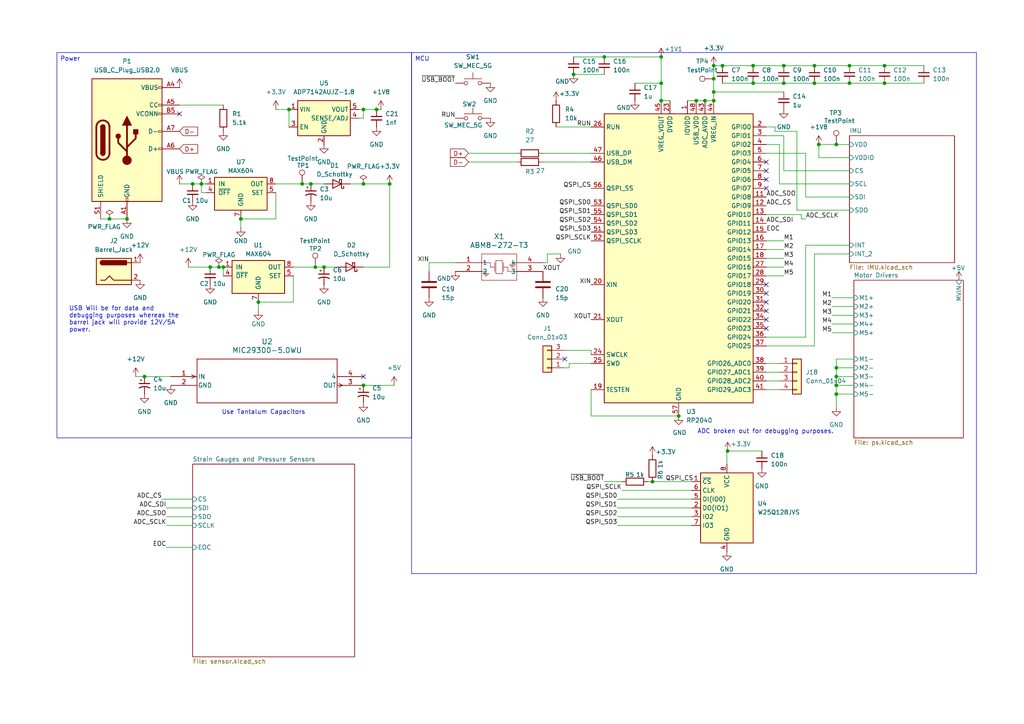
<source format=kicad_sch>
(kicad_sch (version 20231120) (generator "eeschema") (generator_version "8.0")
  (paper "A4")
  (lib_symbols
    (symbol "Connector:Barrel_Jack" (pin_names (offset 1.016))
      (property "Reference" "J" (at 0 5.334 0))
      (property "Value" "Barrel_Jack" (at 0 -5.08 0))
      (symbol "Barrel_Jack_1_1"
        (pin passive line (at 7.62 2.54 180) (length 2.54) (name "~") (number "1"))
        (pin passive line (at 7.62 -2.54 180) (length 2.54) (name "~") (number "2"))
      )
    )
    (symbol "Connector:TestPoint" (pin_numbers hide) (pin_names (offset 0.762) hide)
      (property "Reference" "TP" (at 0 6.858 0))
      (property "Value" "TestPoint" (at 0 5.08 0))
      (symbol "TestPoint_1_1"
        (pin passive line (at 0 0 90) (length 2.54) (name "1") (number "1"))
      )
    )
    (symbol "Connector:USB_C_Plug_USB2.0" (pin_names (offset 1.016))
      (property "Reference" "P" (at -10.16 19.05 0))
      (property "Value" "USB_C_Plug_USB2.0" (at 12.7 19.05 0))
      (symbol "USB_C_Plug_USB2.0_1_1"
        (pin passive line (at 0 -22.86 90) (length 5.08) (name "GND") (number "A1"))
        (pin passive line (at 0 -22.86 90) (length 5.08) hide (name "GND") (number "A12"))
        (pin passive line (at 15.24 15.24 180) (length 5.08) (name "VBUS") (number "A4"))
        (pin bidirectional line (at 15.24 10.16 180) (length 5.08) (name "CC") (number "A5"))
        (pin bidirectional line (at 15.24 -2.54 180) (length 5.08) (name "D+") (number "A6"))
        (pin bidirectional line (at 15.24 2.54 180) (length 5.08) (name "D-") (number "A7"))
        (pin passive line (at 15.24 15.24 180) (length 5.08) hide (name "VBUS") (number "A9"))
        (pin passive line (at 0 -22.86 90) (length 5.08) hide (name "GND") (number "B1"))
        (pin passive line (at 0 -22.86 90) (length 5.08) hide (name "GND") (number "B12"))
        (pin passive line (at 15.24 15.24 180) (length 5.08) hide (name "VBUS") (number "B4"))
        (pin bidirectional line (at 15.24 7.62 180) (length 5.08) (name "VCONN") (number "B5"))
        (pin passive line (at 15.24 15.24 180) (length 5.08) hide (name "VBUS") (number "B9"))
        (pin passive line (at -7.62 -22.86 90) (length 5.08) (name "SHIELD") (number "S1"))
      )
    )
    (symbol "Connector_Generic:Conn_01x03" (pin_names (offset 1.016) hide)
      (property "Reference" "J" (at 0 5.08 0))
      (property "Value" "Conn_01x03" (at 0 -5.08 0))
      (symbol "Conn_01x03_1_1"
        (pin passive line (at -5.08 2.54 0) (length 3.81) (name "Pin_1") (number "1"))
        (pin passive line (at -5.08 0 0) (length 3.81) (name "Pin_2") (number "2"))
        (pin passive line (at -5.08 -2.54 0) (length 3.81) (name "Pin_3") (number "3"))
      )
    )
    (symbol "Connector_Generic:Conn_01x04" (pin_names (offset 1.016) hide)
      (property "Reference" "J" (at 0 5.08 0))
      (property "Value" "Conn_01x04" (at 0 -7.62 0))
      (symbol "Conn_01x04_1_1"
        (pin passive line (at -5.08 2.54 0) (length 3.81) (name "Pin_1") (number "1"))
        (pin passive line (at -5.08 0 0) (length 3.81) (name "Pin_2") (number "2"))
        (pin passive line (at -5.08 -2.54 0) (length 3.81) (name "Pin_3") (number "3"))
        (pin passive line (at -5.08 -5.08 0) (length 3.81) (name "Pin_4") (number "4"))
      )
    )
    (symbol "Device:C" (pin_numbers hide) (pin_names (offset 0.254))
      (property "Reference" "C" (at 0.635 2.54 0))
      (property "Value" "C" (at 0.635 -2.54 0))
      (symbol "C_1_1"
        (pin passive line (at 0 3.81 270) (length 2.794) (name "~") (number "1"))
        (pin passive line (at 0 -3.81 90) (length 2.794) (name "~") (number "2"))
      )
    )
    (symbol "Device:C_Polarized_Small_US" (pin_numbers hide) (pin_names (offset 0.254) hide)
      (property "Reference" "C" (at 0.254 1.778 0))
      (property "Value" "C_Polarized_Small_US" (at 0.254 -2.032 0))
      (symbol "C_Polarized_Small_US_1_1"
        (pin passive line (at 0 2.54 270) (length 2.032) (name "~") (number "1"))
        (pin passive line (at 0 -2.54 90) (length 2.032) (name "~") (number "2"))
      )
    )
    (symbol "Device:C_Small" (pin_numbers hide) (pin_names (offset 0.254) hide)
      (property "Reference" "C" (at 0.254 1.778 0))
      (property "Value" "C_Small" (at 0.254 -2.032 0))
      (symbol "C_Small_1_1"
        (pin passive line (at 0 2.54 270) (length 2.032) (name "~") (number "1"))
        (pin passive line (at 0 -2.54 90) (length 2.032) (name "~") (number "2"))
      )
    )
    (symbol "Device:D_Schottky" (pin_numbers hide) (pin_names (offset 1.016) hide)
      (property "Reference" "D" (at 0 2.54 0))
      (property "Value" "D_Schottky" (at 0 -2.54 0))
      (symbol "D_Schottky_1_1"
        (pin passive line (at -3.81 0 0) (length 2.54) (name "K") (number "1"))
        (pin passive line (at 3.81 0 180) (length 2.54) (name "A") (number "2"))
      )
    )
    (symbol "Device:R" (pin_numbers hide) (pin_names (offset 0))
      (property "Reference" "R" (at 2.032 0 90))
      (property "Value" "R" (at 0 0 90))
      (symbol "R_1_1"
        (pin passive line (at 0 3.81 270) (length 1.27) (name "~") (number "1"))
        (pin passive line (at 0 -3.81 90) (length 1.27) (name "~") (number "2"))
      )
    )
    (symbol "Digikey:ABM8-272-T3" (pin_names (offset 0.254))
      (property "Reference" "X" (at 12.7 7.62 0))
      (property "Value" "ABM8-272-T3" (at 12.7 5.08 0))
      (symbol "ABM8-272-T3_0_1"
        (pin unspecified line (at 0 0 0) (length 7.62) (name "1") (number "1"))
        (pin unspecified line (at 0 -2.54 0) (length 7.62) (name "2") (number "2"))
        (pin unspecified line (at 25.4 -2.54 180) (length 7.62) (name "3") (number "3"))
        (pin unspecified line (at 25.4 0 180) (length 7.62) (name "4") (number "4"))
      )
    )
    (symbol "Digikey:MIC29300-5.0WU" (pin_names (offset 0.254))
      (property "Reference" "U2" (at 27.94 10.16 0))
      (property "Value" "MIC29300-5.0WU" (at 27.94 7.62 0))
      (symbol "MIC29300-5.0WU_0_1"
        (pin input line (at 0 0 0) (length 7.62) (name "IN") (number "1"))
        (pin power_in line (at 0 -2.54 0) (length 7.62) (name "GND") (number "2"))
        (pin unspecified line (at 55.88 0 180) (length 7.62) (name "4") (number "4"))
      )
      (symbol "MIC29300-5.0WU_1_1"
        (pin power_out line (at 55.88 -2.54 180) (length 7.62) (name "OUT") (number "3"))
      )
    )
    (symbol "MCU_RaspberryPi:RP2040"
      (property "Reference" "U" (at 17.78 45.72 0))
      (property "Value" "RP2040" (at 17.78 43.18 0))
      (symbol "RP2040_1_1"
        (pin power_in line (at 2.54 45.72 270) (length 3.81) (name "IOVDD") (number "1"))
        (pin passive line (at 2.54 45.72 270) (length 3.81) hide (name "IOVDD") (number "10"))
        (pin bidirectional line (at 25.4 17.78 180) (length 3.81) (name "GPIO8") (number "11"))
        (pin bidirectional line (at 25.4 15.24 180) (length 3.81) (name "GPIO9") (number "12"))
        (pin bidirectional line (at 25.4 12.7 180) (length 3.81) (name "GPIO10") (number "13"))
        (pin bidirectional line (at 25.4 10.16 180) (length 3.81) (name "GPIO11") (number "14"))
        (pin bidirectional line (at 25.4 7.62 180) (length 3.81) (name "GPIO12") (number "15"))
        (pin bidirectional line (at 25.4 5.08 180) (length 3.81) (name "GPIO13") (number "16"))
        (pin bidirectional line (at 25.4 2.54 180) (length 3.81) (name "GPIO14") (number "17"))
        (pin bidirectional line (at 25.4 0 180) (length 3.81) (name "GPIO15") (number "18"))
        (pin input line (at -25.4 -38.1 0) (length 3.81) (name "TESTEN") (number "19"))
        (pin bidirectional line (at 25.4 38.1 180) (length 3.81) (name "GPIO0") (number "2"))
        (pin input line (at -25.4 -7.62 0) (length 3.81) (name "XIN") (number "20"))
        (pin passive line (at -25.4 -17.78 0) (length 3.81) (name "XOUT") (number "21"))
        (pin passive line (at 2.54 45.72 270) (length 3.81) hide (name "IOVDD") (number "22"))
        (pin power_in line (at -2.54 45.72 270) (length 3.81) (name "DVDD") (number "23"))
        (pin input line (at -25.4 -27.94 0) (length 3.81) (name "SWCLK") (number "24"))
        (pin bidirectional line (at -25.4 -30.48 0) (length 3.81) (name "SWD") (number "25"))
        (pin input line (at -25.4 38.1 0) (length 3.81) (name "RUN") (number "26"))
        (pin bidirectional line (at 25.4 -2.54 180) (length 3.81) (name "GPIO16") (number "27"))
        (pin bidirectional line (at 25.4 -5.08 180) (length 3.81) (name "GPIO17") (number "28"))
        (pin bidirectional line (at 25.4 -7.62 180) (length 3.81) (name "GPIO18") (number "29"))
        (pin bidirectional line (at 25.4 35.56 180) (length 3.81) (name "GPIO1") (number "3"))
        (pin bidirectional line (at 25.4 -10.16 180) (length 3.81) (name "GPIO19") (number "30"))
        (pin bidirectional line (at 25.4 -12.7 180) (length 3.81) (name "GPIO20") (number "31"))
        (pin bidirectional line (at 25.4 -15.24 180) (length 3.81) (name "GPIO21") (number "32"))
        (pin passive line (at 2.54 45.72 270) (length 3.81) hide (name "IOVDD") (number "33"))
        (pin bidirectional line (at 25.4 -17.78 180) (length 3.81) (name "GPIO22") (number "34"))
        (pin bidirectional line (at 25.4 -20.32 180) (length 3.81) (name "GPIO23") (number "35"))
        (pin bidirectional line (at 25.4 -22.86 180) (length 3.81) (name "GPIO24") (number "36"))
        (pin bidirectional line (at 25.4 -25.4 180) (length 3.81) (name "GPIO25") (number "37"))
        (pin bidirectional line (at 25.4 -30.48 180) (length 3.81) (name "GPIO26_ADC0") (number "38"))
        (pin bidirectional line (at 25.4 -33.02 180) (length 3.81) (name "GPIO27_ADC1") (number "39"))
        (pin bidirectional line (at 25.4 33.02 180) (length 3.81) (name "GPIO2") (number "4"))
        (pin bidirectional line (at 25.4 -35.56 180) (length 3.81) (name "GPIO28_ADC2") (number "40"))
        (pin bidirectional line (at 25.4 -38.1 180) (length 3.81) (name "GPIO29_ADC3") (number "41"))
        (pin passive line (at 2.54 45.72 270) (length 3.81) hide (name "IOVDD") (number "42"))
        (pin power_in line (at 7.62 45.72 270) (length 3.81) (name "ADC_AVDD") (number "43"))
        (pin power_in line (at 10.16 45.72 270) (length 3.81) (name "VREG_IN") (number "44"))
        (pin power_out line (at -5.08 45.72 270) (length 3.81) (name "VREG_VOUT") (number "45"))
        (pin bidirectional line (at -25.4 27.94 0) (length 3.81) (name "USB_DM") (number "46"))
        (pin bidirectional line (at -25.4 30.48 0) (length 3.81) (name "USB_DP") (number "47"))
        (pin power_in line (at 5.08 45.72 270) (length 3.81) (name "USB_VDD") (number "48"))
        (pin passive line (at 2.54 45.72 270) (length 3.81) hide (name "IOVDD") (number "49"))
        (pin bidirectional line (at 25.4 30.48 180) (length 3.81) (name "GPIO3") (number "5"))
        (pin passive line (at -2.54 45.72 270) (length 3.81) hide (name "DVDD") (number "50"))
        (pin bidirectional line (at -25.4 7.62 0) (length 3.81) (name "QSPI_SD3") (number "51"))
        (pin output line (at -25.4 5.08 0) (length 3.81) (name "QSPI_SCLK") (number "52"))
        (pin bidirectional line (at -25.4 15.24 0) (length 3.81) (name "QSPI_SD0") (number "53"))
        (pin bidirectional line (at -25.4 10.16 0) (length 3.81) (name "QSPI_SD2") (number "54"))
        (pin bidirectional line (at -25.4 12.7 0) (length 3.81) (name "QSPI_SD1") (number "55"))
        (pin bidirectional line (at -25.4 20.32 0) (length 3.81) (name "QSPI_SS") (number "56"))
        (pin power_in line (at 0 -45.72 90) (length 3.81) (name "GND") (number "57"))
        (pin bidirectional line (at 25.4 27.94 180) (length 3.81) (name "GPIO4") (number "6"))
        (pin bidirectional line (at 25.4 25.4 180) (length 3.81) (name "GPIO5") (number "7"))
        (pin bidirectional line (at 25.4 22.86 180) (length 3.81) (name "GPIO6") (number "8"))
        (pin bidirectional line (at 25.4 20.32 180) (length 3.81) (name "GPIO7") (number "9"))
      )
    )
    (symbol "Memory_Flash:W25Q128JVS"
      (property "Reference" "U" (at -6.35 11.43 0))
      (property "Value" "W25Q128JVS" (at 7.62 11.43 0))
      (symbol "W25Q128JVS_1_1"
        (pin input line (at -10.16 7.62 0) (length 2.54) (name "~{CS}") (number "1"))
        (pin bidirectional line (at -10.16 0 0) (length 2.54) (name "DO(IO1)") (number "2"))
        (pin bidirectional line (at -10.16 -2.54 0) (length 2.54) (name "IO2") (number "3"))
        (pin power_in line (at 0 -12.7 90) (length 2.54) (name "GND") (number "4"))
        (pin bidirectional line (at -10.16 2.54 0) (length 2.54) (name "DI(IO0)") (number "5"))
        (pin input line (at -10.16 5.08 0) (length 2.54) (name "CLK") (number "6"))
        (pin bidirectional line (at -10.16 -5.08 0) (length 2.54) (name "IO3") (number "7"))
        (pin power_in line (at 0 12.7 270) (length 2.54) (name "VCC") (number "8"))
      )
    )
    (symbol "Regulator_Linear:ADP7142AUJZ-1.8"
      (property "Reference" "U" (at 0 8.89 0))
      (property "Value" "ADP7142AUJZ-1.8" (at 0 6.35 0))
      (symbol "ADP7142AUJZ-1.8_1_1"
        (pin power_in line (at -10.16 2.54 0) (length 2.54) (name "VIN") (number "1"))
        (pin power_in line (at 0 -7.62 90) (length 2.54) (name "GND") (number "2"))
        (pin input line (at -10.16 -2.54 0) (length 2.54) (name "EN") (number "3"))
        (pin input line (at 10.16 0 180) (length 2.54) (name "SENSE/ADJ") (number "4"))
        (pin power_out line (at 10.16 2.54 180) (length 2.54) (name "VOUT") (number "5"))
      )
    )
    (symbol "Regulator_Linear:MAX604" (pin_names (offset 1.016))
      (property "Reference" "U" (at -6.35 5.715 0))
      (property "Value" "MAX604" (at 0 5.715 0))
      (symbol "MAX604_1_1"
        (pin power_in line (at -10.16 2.54 0) (length 2.54) (name "IN") (number "1"))
        (pin passive line (at 0 -7.62 90) (length 2.54) hide (name "GND") (number "2"))
        (pin passive line (at 0 -7.62 90) (length 2.54) hide (name "GND") (number "3"))
        (pin input line (at -10.16 0 0) (length 2.54) (name "~{OFF}") (number "4"))
        (pin passive line (at 10.16 0 180) (length 2.54) (name "SET") (number "5"))
        (pin passive line (at 0 -7.62 90) (length 2.54) hide (name "GND") (number "6"))
        (pin power_in line (at 0 -7.62 90) (length 2.54) (name "GND") (number "7"))
        (pin power_out line (at 10.16 2.54 180) (length 2.54) (name "OUT") (number "8"))
      )
    )
    (symbol "Switch:SW_MEC_5G" (pin_numbers hide) (pin_names (offset 1.016) hide)
      (property "Reference" "SW" (at 1.27 2.54 0))
      (property "Value" "SW_MEC_5G" (at 0 -1.524 0))
      (symbol "SW_MEC_5G_0_1"
        (pin passive line (at -5.08 0 0) (length 2.54) (name "A") (number "1"))
        (pin passive line (at 5.08 0 180) (length 2.54) (name "B") (number "3"))
      )
      (symbol "SW_MEC_5G_1_1"
        (pin passive line (at -5.08 0 0) (length 2.54) hide (name "A") (number "2"))
        (pin passive line (at 5.08 0 180) (length 2.54) hide (name "B") (number "4"))
      )
    )
    (symbol "power:+12V" (power) (pin_numbers hide) (pin_names (offset 0) hide)
      (property "Value" "+12V" (at 0 3.556 0))
      (symbol "+12V_1_1"
        (pin power_in line (at 0 0 90) (length 0) (name "~") (number "1"))
      )
    )
    (symbol "power:+1V1" (power) (pin_numbers hide) (pin_names (offset 0) hide)
      (property "Value" "+1V1" (at 0 3.556 0))
      (symbol "+1V1_1_1"
        (pin power_in line (at 0 0 90) (length 0) (name "~") (number "1"))
      )
    )
    (symbol "power:+1V8" (power) (pin_numbers hide) (pin_names (offset 0) hide)
      (property "Value" "+1V8" (at 0 3.556 0))
      (symbol "+1V8_1_1"
        (pin power_in line (at 0 0 90) (length 0) (name "~") (number "1"))
      )
    )
    (symbol "power:+3.3V" (power) (pin_numbers hide) (pin_names (offset 0) hide)
      (property "Value" "+3.3V" (at 0 3.556 0))
      (symbol "+3.3V_1_1"
        (pin power_in line (at 0 0 90) (length 0) (name "~") (number "1"))
      )
    )
    (symbol "power:+5V" (power) (pin_numbers hide) (pin_names (offset 0) hide)
      (property "Value" "+5V" (at 0 3.556 0))
      (symbol "+5V_1_1"
        (pin power_in line (at 0 0 90) (length 0) (name "~") (number "1"))
      )
    )
    (symbol "power:GND" (power) (pin_numbers hide) (pin_names (offset 0) hide)
      (property "Value" "GND" (at 0 -3.81 0))
      (symbol "GND_1_1"
        (pin power_in line (at 0 0 270) (length 0) (name "~") (number "1"))
      )
    )
    (symbol "power:PWR_FLAG" (power) (pin_numbers hide) (pin_names (offset 0) hide)
      (property "Value" "PWR_FLAG" (at 0 3.81 0))
      (symbol "PWR_FLAG_0_0"
        (pin power_out line (at 0 0 90) (length 0) (name "~") (number "1"))
      )
    )
    (symbol "power:VBUS" (power) (pin_numbers hide) (pin_names (offset 0) hide)
      (property "Value" "VBUS" (at 0 3.556 0))
      (symbol "VBUS_1_1"
        (pin power_in line (at 0 0 90) (length 0) (name "~") (number "1"))
      )
    )
  )
  (junction (at 189.23 139.7))
  (junction (at 87.63 53.34))
  (junction (at 175.26 16.51))
  (junction (at 31.75 63.5))
  (junction (at 207.01 22.86))
  (junction (at 236.22 24.13))
  (junction (at 242.57 106.68))
  (junction (at 256.54 19.05))
  (junction (at 201.93 29.21))
  (junction (at 246.38 24.13))
  (junction (at 207.01 26.67))
  (junction (at 41.91 109.22))
  (junction (at 64.77 77.47))
  (junction (at 36.83 63.5))
  (junction (at 109.22 31.75))
  (junction (at 191.77 16.51))
  (junction (at 105.41 31.75))
  (junction (at 58.42 53.34))
  (junction (at 211.0377 130.81))
  (junction (at 105.41 53.34))
  (junction (at 242.57 109.22))
  (junction (at 209.55 19.05))
  (junction (at 74.93 87.63))
  (junction (at 55.88 53.34))
  (junction (at 207.01 29.21))
  (junction (at 227.33 19.05))
  (junction (at 60.96 77.47))
  (junction (at 90.17 53.34))
  (junction (at 227.33 24.13))
  (junction (at 236.22 19.05))
  (junction (at 105.41 111.76))
  (junction (at 63.5 77.47))
  (junction (at 69.85 63.5))
  (junction (at 204.47 29.21))
  (junction (at 191.77 29.21))
  (junction (at 218.44 24.13))
  (junction (at 218.44 19.05))
  (junction (at 237.49 41.91))
  (junction (at 196.85 120.65))
  (junction (at 93.98 77.47))
  (junction (at 242.57 111.76))
  (junction (at 256.54 24.13))
  (junction (at 166.37 21.59))
  (junction (at 83.82 31.75))
  (junction (at 191.77 24.13))
  (junction (at 91.44 77.47))
  (junction (at 113.03 53.34))
  (junction (at 246.38 19.05))
  (junction (at 207.01 19.05))
  (junction (at 242.57 41.91))
  (junction (at 242.57 114.3))
  (no_connect (at 52.07 33.02))
  (no_connect (at 222.25 46.99))
  (no_connect (at 222.25 92.71))
  (no_connect (at 222.25 52.07))
  (no_connect (at 105.41 109.22))
  (no_connect (at 163.83 104.14))
  (no_connect (at 222.25 90.17))
  (no_connect (at 222.25 82.55))
  (no_connect (at 222.25 87.63))
  (no_connect (at 222.25 95.25))
  (no_connect (at 222.25 85.09))
  (no_connect (at 222.25 49.53))
  (no_connect (at 222.25 54.61))
  (wire (pts (xy 237.49 45.72) (xy 246.38 45.72)))
  (wire (pts (xy 171.45 113.03) (xy 171.45 120.65)))
  (wire (pts (xy 48.26 147.32) (xy 55.88 147.32)))
  (wire (pts (xy 242.57 111.76) (xy 247.65 111.76)))
  (wire (pts (xy 233.68 97.79) (xy 233.68 71.12)))
  (wire (pts (xy 237.49 41.91) (xy 237.49 45.72)))
  (wire (pts (xy 222.25 77.47) (xy 227.33 77.47)))
  (wire (pts (xy 109.22 31.75) (xy 110.49 31.75)))
  (wire (pts (xy 207.01 19.05) (xy 207.01 22.86)))
  (wire (pts (xy 113.03 77.47) (xy 105.41 77.47)))
  (wire (pts (xy 241.3 93.98) (xy 247.65 93.98)))
  (wire (pts (xy 231.14 60.96) (xy 246.38 60.96)))
  (wire (pts (xy 55.88 53.34) (xy 58.42 53.34)))
  (wire (pts (xy 171.45 105.41) (xy 165.1 105.41)))
  (wire (pts (xy 224.79 38.1) (xy 231.14 38.1)))
  (wire (pts (xy 242.57 104.14) (xy 242.57 106.68)))
  (wire (pts (xy 74.93 87.63) (xy 74.93 90.17)))
  (wire (pts (xy 87.63 53.34) (xy 90.17 53.34)))
  (wire (pts (xy 236.22 19.05) (xy 246.38 19.05)))
  (wire (pts (xy 204.47 29.21) (xy 207.01 29.21)))
  (wire (pts (xy 80.01 53.34) (xy 87.63 53.34)))
  (wire (pts (xy 191.77 29.21) (xy 194.31 29.21)))
  (wire (pts (xy 222.25 113.03) (xy 226.06 113.03)))
  (wire (pts (xy 232.41 63.5) (xy 232.41 62.23)))
  (wire (pts (xy 236.22 24.13) (xy 246.38 24.13)))
  (wire (pts (xy 233.68 63.5) (xy 232.41 63.5)))
  (wire (pts (xy 80.01 63.5) (xy 69.85 63.5)))
  (wire (pts (xy 171.45 101.6) (xy 171.45 102.87)))
  (wire (pts (xy 222.25 74.93) (xy 227.33 74.93)))
  (wire (pts (xy 157.48 46.99) (xy 171.45 46.99)))
  (wire (pts (xy 242.57 106.68) (xy 242.57 109.22)))
  (wire (pts (xy 29.21 63.5) (xy 31.75 63.5)))
  (wire (pts (xy 227.33 24.13) (xy 236.22 24.13)))
  (wire (pts (xy 124.46 76.2) (xy 124.46 78.74)))
  (wire (pts (xy 105.41 53.34) (xy 113.03 53.34)))
  (wire (pts (xy 104.14 31.75) (xy 105.41 31.75)))
  (wire (pts (xy 246.38 57.15) (xy 233.68 57.15)))
  (wire (pts (xy 242.57 114.3) (xy 247.65 114.3)))
  (wire (pts (xy 242.57 106.68) (xy 247.65 106.68)))
  (wire (pts (xy 207.01 22.86) (xy 207.01 26.67)))
  (wire (pts (xy 241.3 91.44) (xy 247.65 91.44)))
  (wire (pts (xy 158.75 76.2) (xy 157.48 76.2)))
  (wire (pts (xy 227.33 39.37) (xy 227.33 49.53)))
  (wire (pts (xy 58.42 53.34) (xy 59.69 53.34)))
  (wire (pts (xy 211.0377 130.81) (xy 220.98 130.81)))
  (wire (pts (xy 179.07 149.86) (xy 200.66 149.86)))
  (wire (pts (xy 227.33 49.53) (xy 246.38 49.53)))
  (wire (pts (xy 236.22 73.66) (xy 236.22 100.33)))
  (wire (pts (xy 207.01 19.05) (xy 209.55 19.05)))
  (wire (pts (xy 222.25 97.79) (xy 233.68 97.79)))
  (wire (pts (xy 224.79 36.83) (xy 224.79 38.1)))
  (wire (pts (xy 135.89 46.99) (xy 149.86 46.99)))
  (wire (pts (xy 242.57 41.91) (xy 246.38 41.91)))
  (wire (pts (xy 157.48 44.45) (xy 171.45 44.45)))
  (wire (pts (xy 210.82 134.62) (xy 210.82 130.81)))
  (wire (pts (xy 69.85 63.5) (xy 69.85 66.04)))
  (wire (pts (xy 187.96 139.7) (xy 189.23 139.7)))
  (wire (pts (xy 210.82 130.81) (xy 211.0377 130.81)))
  (wire (pts (xy 189.23 139.7) (xy 200.66 139.7)))
  (wire (pts (xy 39.37 109.22) (xy 41.91 109.22)))
  (wire (pts (xy 237.49 41.91) (xy 242.57 41.91)))
  (wire (pts (xy 105.41 31.75) (xy 109.22 31.75)))
  (wire (pts (xy 191.77 16.51) (xy 191.77 24.13)))
  (wire (pts (xy 63.5 77.47) (xy 64.77 77.47)))
  (wire (pts (xy 247.65 104.14) (xy 242.57 104.14)))
  (wire (pts (xy 256.54 24.13) (xy 267.97 24.13)))
  (wire (pts (xy 227.33 19.05) (xy 236.22 19.05)))
  (wire (pts (xy 222.25 105.41) (xy 226.06 105.41)))
  (wire (pts (xy 104.14 34.29) (xy 105.41 34.29)))
  (wire (pts (xy 52.07 30.48) (xy 64.77 30.48)))
  (wire (pts (xy 226.06 41.91) (xy 222.25 41.91)))
  (wire (pts (xy 132.08 76.2) (xy 124.46 76.2)))
  (wire (pts (xy 222.25 110.49) (xy 226.06 110.49)))
  (wire (pts (xy 171.45 120.65) (xy 196.85 120.65)))
  (wire (pts (xy 105.41 34.29) (xy 105.41 31.75)))
  (wire (pts (xy 60.96 77.47) (xy 63.5 77.47)))
  (wire (pts (xy 80.01 31.75) (xy 83.82 31.75)))
  (wire (pts (xy 179.07 144.78) (xy 200.66 144.78)))
  (wire (pts (xy 90.17 53.34) (xy 93.98 53.34)))
  (wire (pts (xy 166.37 21.59) (xy 175.26 21.59)))
  (wire (pts (xy 64.77 77.47) (xy 64.77 80.01)))
  (wire (pts (xy 232.41 62.23) (xy 222.25 62.23)))
  (wire (pts (xy 233.68 71.12) (xy 246.38 71.12)))
  (wire (pts (xy 113.03 53.34) (xy 113.03 77.47)))
  (wire (pts (xy 179.07 152.4) (xy 200.66 152.4)))
  (wire (pts (xy 135.89 44.45) (xy 149.86 44.45)))
  (wire (pts (xy 241.3 86.36) (xy 247.65 86.36)))
  (wire (pts (xy 58.42 55.88) (xy 59.69 55.88)))
  (wire (pts (xy 105.41 111.76) (xy 114.3 111.76)))
  (wire (pts (xy 93.98 77.47) (xy 97.79 77.47)))
  (wire (pts (xy 226.06 53.34) (xy 226.06 41.91)))
  (wire (pts (xy 222.25 80.01) (xy 227.33 80.01)))
  (wire (pts (xy 163.83 101.6) (xy 171.45 101.6)))
  (wire (pts (xy 209.55 19.05) (xy 218.44 19.05)))
  (wire (pts (xy 191.77 24.13) (xy 191.77 29.21)))
  (wire (pts (xy 236.22 100.33) (xy 222.25 100.33)))
  (wire (pts (xy 231.14 38.1) (xy 231.14 60.96)))
  (wire (pts (xy 209.55 24.13) (xy 218.44 24.13)))
  (wire (pts (xy 218.44 24.13) (xy 227.33 24.13)))
  (wire (pts (xy 166.37 16.51) (xy 175.26 16.51)))
  (wire (pts (xy 158.75 73.66) (xy 158.75 76.2)))
  (wire (pts (xy 241.3 96.52) (xy 247.65 96.52)))
  (wire (pts (xy 242.57 109.22) (xy 247.65 109.22)))
  (wire (pts (xy 222.25 72.39) (xy 227.33 72.39)))
  (wire (pts (xy 48.26 152.4) (xy 55.88 152.4)))
  (wire (pts (xy 175.26 16.51) (xy 191.77 16.51)))
  (wire (pts (xy 83.82 31.75) (xy 83.82 36.83)))
  (wire (pts (xy 158.75 73.66) (xy 162.56 73.66)))
  (wire (pts (xy 91.44 77.47) (xy 93.98 77.47)))
  (wire (pts (xy 246.38 19.05) (xy 256.54 19.05)))
  (wire (pts (xy 199.39 29.21) (xy 201.93 29.21)))
  (wire (pts (xy 85.09 77.47) (xy 91.44 77.47)))
  (wire (pts (xy 184.15 24.13) (xy 191.77 24.13)))
  (wire (pts (xy 246.38 53.34) (xy 226.06 53.34)))
  (wire (pts (xy 48.26 158.75) (xy 55.88 158.75)))
  (wire (pts (xy 246.38 73.66) (xy 236.22 73.66)))
  (wire (pts (xy 201.93 29.21) (xy 204.47 29.21)))
  (wire (pts (xy 218.44 19.05) (xy 227.33 19.05)))
  (wire (pts (xy 207.01 26.67) (xy 207.01 29.21)))
  (wire (pts (xy 242.57 114.3) (xy 242.57 118.11)))
  (wire (pts (xy 161.29 36.83) (xy 171.45 36.83)))
  (wire (pts (xy 242.57 109.22) (xy 242.57 111.76)))
  (wire (pts (xy 80.01 55.88) (xy 80.01 63.5)))
  (wire (pts (xy 222.25 107.95) (xy 226.06 107.95)))
  (wire (pts (xy 241.3 88.9) (xy 247.65 88.9)))
  (wire (pts (xy 41.91 109.22) (xy 49.53 109.22)))
  (wire (pts (xy 31.75 63.5) (xy 36.83 63.5)))
  (wire (pts (xy 242.57 111.76) (xy 242.57 114.3)))
  (wire (pts (xy 101.6 53.34) (xy 105.41 53.34)))
  (wire (pts (xy 233.68 57.15) (xy 233.68 44.45)))
  (wire (pts (xy 58.42 53.34) (xy 58.42 55.88)))
  (wire (pts (xy 165.1 106.68) (xy 163.83 106.68)))
  (wire (pts (xy 85.09 87.63) (xy 74.93 87.63)))
  (wire (pts (xy 52.07 53.34) (xy 55.88 53.34)))
  (wire (pts (xy 175.26 139.7) (xy 180.34 139.7)))
  (wire (pts (xy 233.68 44.45) (xy 222.25 44.45)))
  (wire (pts (xy 246.38 24.13) (xy 256.54 24.13)))
  (wire (pts (xy 46.99 144.78) (xy 55.88 144.78)))
  (wire (pts (xy 207.01 26.67) (xy 227.33 26.67)))
  (wire (pts (xy 180.34 142.24) (xy 200.66 142.24)))
  (wire (pts (xy 165.1 105.41) (xy 165.1 106.68)))
  (wire (pts (xy 85.09 80.01) (xy 85.09 87.63)))
  (wire (pts (xy 222.25 36.83) (xy 224.79 36.83)))
  (wire (pts (xy 222.25 39.37) (xy 227.33 39.37)))
  (wire (pts (xy 179.07 147.32) (xy 200.66 147.32)))
  (wire (pts (xy 256.54 19.05) (xy 267.97 19.05)))
  (wire (pts (xy 222.25 69.85) (xy 227.33 69.85)))
  (wire (pts (xy 54.61 77.47) (xy 60.96 77.47)))
  (wire (pts (xy 48.26 149.86) (xy 55.88 149.86)))
  (text_box "USB Will be for data and debugging purposes whereas the barrel jack will provide 12V/5A power. " (at 19.05 87.63 0) (size 34.29 15.24) (stroke (width -0.0001)) (effects (font (size 1.27 1.27)) (justify left top)))
  (text_box "MCU\n" (at 119.38 15.24 0) (size 163.83 151.13) (effects (font (size 1.27 1.27)) (justify left top)))
  (text_box "Power" (at 16.51 15.24 0) (size 102.87 111.76) (effects (font (size 1.27 1.27)) (justify left top)))
  (text "ADC broken out for debugging purposes. " (at 222.504 125.222 0) (effects (font (size 1.27 1.27))))
  (text "Use Tantalum Capacitors\n" (at 76.454 119.634 0) (effects (font (size 1.27 1.27))))
  (label "XIN" (at 124.46 76.2 180))
  (label "RUN" (at 171.45 36.83 180))
  (label "M5" (at 241.3 96.52 180))
  (label "QSPI_SCLK" (at 171.45 69.85 180))
  (label "QSPI_SD0" (at 179.07 144.78 180))
  (label "ADC_CS" (at 46.99 144.78 180))
  (label "QSPI_SD0" (at 171.45 59.69 180))
  (label "ADC_SDI" (at 222.25 64.77 0))
  (label "EOC" (at 222.25 67.31 0))
  (label "QSPI_CS" (at 193.04 139.7 0))
  (label "M2" (at 227.33 72.39 0))
  (label "QSPI_SCLK" (at 180.34 142.24 180))
  (label "QSPI_SD3" (at 179.07 152.4 180))
  (label "ADC_SCLK" (at 233.68 63.5 0))
  (label "XOUT" (at 157.48 78.74 0))
  (label "QSPI_CS" (at 171.45 54.61 180))
  (label "M3" (at 241.3 91.44 180))
  (label "M3" (at 227.33 74.93 0))
  (label "M1" (at 241.3 86.36 180))
  (label "QSPI_SD3" (at 171.45 67.31 180))
  (label "ADC_SDO" (at 48.26 149.86 180))
  (label "ADC_SDI" (at 48.26 147.32 180))
  (label "ADC_CS" (at 222.25 59.69 0))
  (label "M2" (at 241.3 88.9 180))
  (label "RUN" (at 132.08 34.29 180))
  (label "M4" (at 241.3 93.98 180))
  (label "~{USB_BOOT}" (at 132.08 24.13 180))
  (label "QSPI_SD2" (at 171.45 64.77 180))
  (label "EOC" (at 48.26 158.75 180))
  (label "XIN" (at 171.45 82.55 180))
  (label "QSPI_SD2" (at 179.07 149.86 180))
  (label "M5" (at 227.33 80.01 0))
  (label "M4" (at 227.33 77.47 0))
  (label "XOUT" (at 171.45 92.71 180))
  (label "ADC_SCLK" (at 48.26 152.4 180))
  (label "M1" (at 227.33 69.85 0))
  (label "QSPI_SD1" (at 171.45 62.23 180))
  (label "~{USB_BOOT}" (at 175.26 139.7 180))
  (label "ADC_SDO" (at 222.25 57.15 0))
  (label "QSPI_SD1" (at 179.07 147.32 180))
  (global_label "D-" (shape input) (at 135.89 46.99 180) (property "Intersheetrefs" "${INTERSHEET_REFS}" (effects (hide yes))))
  (global_label "D-" (shape input) (at 52.07 38.1 0) (property "Intersheetrefs" "${INTERSHEET_REFS}" (effects (hide yes))))
  (global_label "D+" (shape input) (at 52.07 43.18 0) (property "Intersheetrefs" "${INTERSHEET_REFS}" (effects (hide yes))))
  (global_label "D+" (shape input) (at 135.89 44.45 180) (property "Intersheetrefs" "${INTERSHEET_REFS}" (effects (hide yes))))
  (symbol (lib_id "power:GND") (at 210.82 160.02 0) (unit 1)
    (property "Reference" "#PWR026" (effects (hide yes)))
    (property "Value" "GND" (at 210.82 165.1 0))
    (property "Description" "Power symbol creates a global label with name \"GND\" , ground" (effects (hide yes)))
  )
  (symbol (lib_id "power:GND") (at 40.64 81.28 0) (unit 1)
    (property "Reference" "#PWR02" (effects (hide yes)))
    (property "Value" "GND" (at 40.64 86.36 0))
    (property "Description" "Power symbol creates a global label with name \"GND\" , ground" (effects (hide yes)))
  )
  (symbol (lib_id "Device:C") (at 124.46 82.55 0) (unit 1)
    (property "Reference" "C19" (at 128.016 83.82 0) (effects (justify left)))
    (property "Value" "15p" (at 128.016 86.36 0) (effects (justify left)))
    (property "Description" "Unpolarized capacitor" (effects (hide yes)))
  )
  (symbol (lib_id "power:+12V") (at 40.64 76.2 0) (unit 1)
    (property "Reference" "#PWR05" (effects (hide yes)))
    (property "Value" "+12V" (at 40.64 71.12 0))
    (property "Description" "Power symbol creates a global label with name \"+12V\"" (effects (hide yes)))
  )
  (symbol (lib_id "power:GND") (at 157.48 86.36 0) (unit 1)
    (property "Reference" "#PWR031" (effects (hide yes)))
    (property "Value" "GND" (at 157.48 91.44 0))
    (property "Description" "Power symbol creates a global label with name \"GND\" , ground" (effects (hide yes)))
  )
  (symbol (lib_id "power:GND") (at 69.85 66.04 0) (unit 1)
    (property "Reference" "#PWR08" (effects (hide yes)))
    (property "Value" "GND" (at 69.85 69.85 0))
    (property "Description" "Power symbol creates a global label with name \"GND\" , ground" (effects (hide yes)))
  )
  (symbol (lib_id "power:GND") (at 36.83 63.5 0) (unit 1)
    (property "Reference" "#PWR01" (effects (hide yes)))
    (property "Value" "GND" (at 36.83 68.58 0))
    (property "Description" "Power symbol creates a global label with name \"GND\" , ground" (effects (hide yes)))
  )
  (symbol (lib_id "power:GND") (at 142.24 24.13 0) (unit 1)
    (property "Reference" "#PWR021" (effects (hide yes)))
    (property "Value" "GND" (at 142.24 29.21 0))
    (property "Description" "Power symbol creates a global label with name \"GND\" , ground" (effects (hide yes)))
  )
  (symbol (lib_id "power:VBUS") (at 52.07 53.34 0) (unit 1)
    (property "Reference" "#PWR06" (effects (hide yes)))
    (property "Value" "VBUS" (at 50.8 49.784 0))
    (property "Description" "Power symbol creates a global label with name \"VBUS\"" (effects (hide yes)))
  )
  (symbol (lib_id "Connector:TestPoint") (at 207.01 22.86 90) (unit 1)
    (property "Reference" "TP4" (at 203.708 17.78 90))
    (property "Value" "TestPoint" (at 203.708 20.32 90))
    (property "Description" "test point" (effects (hide yes)))
  )
  (symbol (lib_id "Device:R") (at 153.67 46.99 90) (unit 1)
    (property "Reference" "R3" (at 153.67 49.784 90))
    (property "Value" "27" (at 156.718 49.53 90))
    (property "Description" "Resistor" (effects (hide yes)))
  )
  (symbol (lib_id "Device:C_Small") (at 60.96 80.01 0) (unit 1)
    (property "Reference" "C2" (at 57.912 82.296 0) (effects (justify left)))
    (property "Value" "10u" (at 61.722 82.296 0) (effects (justify left)))
    (property "Description" "Unpolarized capacitor, small symbol" (effects (hide yes)))
  )
  (symbol (lib_id "power:+3.3V") (at 80.01 31.75 0) (unit 1)
    (property "Reference" "#PWR032" (effects (hide yes)))
    (property "Value" "+3.3V" (at 80.01 26.67 0))
    (property "Description" "Power symbol creates a global label with name \"+3.3V\"" (effects (hide yes)))
  )
  (symbol (lib_id "power:+3.3V") (at 161.29 29.21 0) (unit 1)
    (property "Reference" "#PWR023" (effects (hide yes)))
    (property "Value" "+3.3V" (at 165.1 27.178 0))
    (property "Description" "Power symbol creates a global label with name \"+3.3V\"" (effects (hide yes)))
  )
  (symbol (lib_id "Connector:TestPoint") (at 91.44 77.47 0) (unit 1)
    (property "Reference" "TP2" (at 89.662 72.136 0) (effects (justify left)))
    (property "Value" "TestPoint" (at 86.868 69.85 0) (effects (justify left)))
    (property "Description" "test point" (effects (hide yes)))
  )
  (symbol (lib_id "power:GND") (at 242.57 118.11 0) (unit 1)
    (property "Reference" "#PWR041" (effects (hide yes)))
    (property "Value" "GND" (at 242.57 123.19 0))
    (property "Description" "Power symbol creates a global label with name \"GND\" , ground" (effects (hide yes)))
  )
  (symbol (lib_id "Regulator_Linear:MAX604") (at 69.85 55.88 0) (unit 1)
    (property "Reference" "U7" (at 69.85 46.99 0))
    (property "Value" "MAX604" (at 69.85 49.53 0))
    (property "Datasheet" "http://datasheets.maximintegrated.com/en/ds/MAX603-MAX604.pdf" (effects (hide yes)))
    (property "Description" "500mA Linear LDO Regulator, Fixed Output 3.3V, DIP-8/SO-8" (effects (hide yes)))
  )
  (symbol (lib_id "Device:C_Small") (at 175.26 19.05 0) (unit 1)
    (property "Reference" "C16" (at 177.8 17.7862 0) (effects (justify left)))
    (property "Value" "100n" (at 177.8 20.3262 0) (effects (justify left)))
    (property "Description" "Unpolarized capacitor, small symbol" (effects (hide yes)))
  )
  (symbol (lib_id "Connector:TestPoint") (at 87.63 53.34 0) (unit 1)
    (property "Reference" "TP1" (at 86.106 48.006 0) (effects (justify left)))
    (property "Value" "TestPoint" (at 83.312 45.974 0) (effects (justify left)))
    (property "Description" "test point" (effects (hide yes)))
  )
  (symbol (lib_id "Device:R") (at 189.23 135.89 180) (unit 1)
    (property "Reference" "R6" (at 191.516 137.668 90))
    (property "Value" "1k" (at 191.516 134.62 90))
    (property "Description" "Resistor" (effects (hide yes)))
  )
  (symbol (lib_id "power:GND") (at 196.85 120.65 0) (unit 1)
    (property "Reference" "#PWR017" (effects (hide yes)))
    (property "Value" "GND" (at 197.104 125.476 0))
    (property "Description" "Power symbol creates a global label with name \"GND\" , ground" (effects (hide yes)))
  )
  (symbol (lib_id "power:GND") (at 132.08 78.74 0) (unit 1)
    (property "Reference" "#PWR028" (effects (hide yes)))
    (property "Value" "GND" (at 128.778 80.772 0))
    (property "Description" "Power symbol creates a global label with name \"GND\" , ground" (effects (hide yes)))
  )
  (symbol (lib_id "Digikey:MIC29300-5.0WU") (at 49.53 109.22 0) (unit 1)
    (property "Reference" "U2" (at 77.47 99.06 0) (effects (font (size 1.524 1.524))))
    (property "Value" "MIC29300-5.0WU" (at 77.47 101.6 0) (effects (font (size 1.524 1.524))))
    (property "Footprint" "TO-263-3_MCL" (effects (hide yes)))
    (property "Datasheet" "MIC29300-5.0WU" (effects (hide yes)))
  )
  (symbol (lib_id "Connector_Generic:Conn_01x03") (at 158.75 104.14 180) (unit 1)
    (property "Reference" "J1" (at 158.75 95.25 0))
    (property "Value" "Conn_01x03" (at 158.75 97.79 0))
    (property "Description" "Generic connector, single row, 01x03, script generated (kicad-library-utils/schlib/autogen/connector/)" (effects (hide yes)))
  )
  (symbol (lib_id "power:GND") (at 93.98 41.91 0) (unit 1)
    (property "Reference" "#PWR033" (effects (hide yes)))
    (property "Value" "GND" (at 93.98 46.99 0))
    (property "Description" "Power symbol creates a global label with name \"GND\" , ground" (effects (hide yes)))
  )
  (symbol (lib_id "power:VBUS") (at 52.07 25.4 0) (unit 1)
    (property "Reference" "#PWR04" (effects (hide yes)))
    (property "Value" "VBUS" (at 52.07 20.32 0))
    (property "Description" "Power symbol creates a global label with name \"VBUS\"" (effects (hide yes)))
  )
  (symbol (lib_id "Memory_Flash:W25Q128JVS") (at 210.82 147.32 0) (unit 1)
    (property "Reference" "U4" (at 219.71 146.0499 0) (effects (justify left)))
    (property "Value" "W25Q128JVS" (at 219.71 148.5899 0) (effects (justify left)))
    (property "Footprint" "Package_SO:SOIC-8_5.23x5.23mm_P1.27mm" (effects (hide yes)))
    (property "Datasheet" "https://www.winbond.com/resource-files/w25q128jv_dtr%20revc%2003272018%20plus.pdf" (effects (hide yes)))
    (property "Description" "128Mb Serial Flash Memory, Standard/Dual/Quad SPI, SOIC-8" (effects (hide yes)))
  )
  (symbol (lib_id "Device:R") (at 64.77 34.29 0) (unit 1)
    (property "Reference" "R1" (at 67.31 33.0199 0) (effects (justify left)))
    (property "Value" "5.1k" (at 67.31 35.5599 0) (effects (justify left)))
    (property "Description" "Resistor" (effects (hide yes)))
  )
  (symbol (lib_id "Device:C_Small") (at 166.37 19.05 0) (unit 1)
    (property "Reference" "C15" (at 168.91 17.7862 0) (effects (justify left)))
    (property "Value" "100n" (at 168.91 20.3262 0) (effects (justify left)))
    (property "Description" "Unpolarized capacitor, small symbol" (effects (hide yes)))
  )
  (symbol (lib_id "Device:C_Small") (at 209.55 21.59 0) (unit 1)
    (property "Reference" "C7" (at 212.09 20.3262 0) (effects (justify left)))
    (property "Value" "100n" (at 212.09 22.8662 0) (effects (justify left)))
    (property "Description" "Unpolarized capacitor, small symbol" (effects (hide yes)))
  )
  (symbol (lib_id "power:GND") (at 60.96 82.55 0) (unit 1)
    (property "Reference" "#PWR010" (effects (hide yes)))
    (property "Value" "GND" (at 60.96 87.63 0))
    (property "Description" "Power symbol creates a global label with name \"GND\" , ground" (effects (hide yes)))
  )
  (symbol (lib_id "Connector:TestPoint") (at 242.57 41.91 0) (unit 1)
    (property "Reference" "TP3" (at 240.538 32.766 0) (effects (justify left)))
    (property "Value" "TestPoint" (at 239.014 35.052 0) (effects (justify left)))
    (property "Description" "test point" (effects (hide yes)))
  )
  (symbol (lib_id "power:+3.3V") (at 211.0377 130.81 0) (unit 1)
    (property "Reference" "#PWR024" (effects (hide yes)))
    (property "Value" "+3.3V" (at 214.8477 128.778 0))
    (property "Description" "Power symbol creates a global label with name \"+3.3V\"" (effects (hide yes)))
  )
  (symbol (lib_id "Device:C_Small") (at 218.44 21.59 0) (unit 1)
    (property "Reference" "C8" (at 220.98 20.3262 0) (effects (justify left)))
    (property "Value" "100n" (at 220.98 22.8662 0) (effects (justify left)))
    (property "Description" "Unpolarized capacitor, small symbol" (effects (hide yes)))
  )
  (symbol (lib_id "Device:C_Small") (at 220.98 133.35 0) (unit 1)
    (property "Reference" "C18" (at 223.52 132.0862 0) (effects (justify left)))
    (property "Value" "100n" (at 223.52 134.6262 0) (effects (justify left)))
    (property "Description" "Unpolarized capacitor, small symbol" (effects (hide yes)))
  )
  (symbol (lib_id "Regulator_Linear:MAX604") (at 74.93 80.01 0) (unit 1)
    (property "Reference" "U1" (at 74.93 71.12 0))
    (property "Value" "MAX604" (at 74.93 73.66 0))
    (property "Datasheet" "http://datasheets.maximintegrated.com/en/ds/MAX603-MAX604.pdf" (effects (hide yes)))
    (property "Description" "500mA Linear LDO Regulator, Fixed Output 3.3V, DIP-8/SO-8" (effects (hide yes)))
  )
  (symbol (lib_id "Device:D_Schottky") (at 97.79 53.34 180) (unit 1)
    (property "Reference" "D1" (at 97.028 48.006 0))
    (property "Value" "D_Schottky" (at 97.028 50.546 0))
    (property "Description" "Schottky diode" (effects (hide yes)))
  )
  (symbol (lib_id "Device:R") (at 161.29 33.02 180) (unit 1)
    (property "Reference" "R4" (at 163.83 31.7499 0) (effects (justify right)))
    (property "Value" "10k" (at 163.83 34.2899 0) (effects (justify right)))
    (property "Description" "Resistor" (effects (hide yes)))
  )
  (symbol (lib_id "power:+12V") (at 54.61 77.47 0) (unit 1)
    (property "Reference" "#PWR013" (effects (hide yes)))
    (property "Value" "+12V" (at 54.61 72.39 0))
    (property "Description" "Power symbol creates a global label with name \"+12V\"" (effects (hide yes)))
  )
  (symbol (lib_id "power:GND") (at 124.46 86.36 0) (unit 1)
    (property "Reference" "#PWR030" (effects (hide yes)))
    (property "Value" "GND" (at 124.46 91.44 0))
    (property "Description" "Power symbol creates a global label with name \"GND\" , ground" (effects (hide yes)))
  )
  (symbol (lib_id "Regulator_Linear:ADP7142AUJZ-1.8") (at 93.98 34.29 0) (unit 1)
    (property "Reference" "U5" (at 93.98 24.13 0))
    (property "Value" "ADP7142AUJZ-1.8" (at 93.98 26.67 0))
    (property "Footprint" "Package_TO_SOT_SMD:TSOT-23-5" (effects (hide yes)))
    (property "Datasheet" "https://www.analog.com/media/en/technical-documentation/data-sheets/ADP7142.pdf" (effects (hide yes)))
    (property "Description" "200mA, Low Noise, CMOS Low Dropout Regulator, Positive, 1.8V Fixed Output, TSOT-23-5" (effects (hide yes)))
  )
  (symbol (lib_id "Device:C_Polarized_Small_US") (at 41.91 111.76 0) (unit 1)
    (property "Reference" "C4" (at 44.45 110.0581 0) (effects (justify left)))
    (property "Value" "10u" (at 44.45 112.5981 0) (effects (justify left)))
    (property "Description" "Polarized capacitor, small US symbol" (effects (hide yes)))
  )
  (symbol (lib_id "power:PWR_FLAG") (at 63.5 77.47 0) (unit 1)
    (property "Reference" "#FLG03" (effects (hide yes)))
    (property "Value" "PWR_FLAG" (at 63.5 73.914 0))
    (property "Description" "Special symbol for telling ERC where power comes from" (effects (hide yes)))
  )
  (symbol (lib_id "power:+3.3V") (at 113.03 53.34 0) (unit 1)
    (property "Reference" "#PWR014" (effects (hide yes)))
    (property "Value" "+3.3V" (at 113.03 48.26 0))
    (property "Description" "Power symbol creates a global label with name \"+3.3V\"" (effects (hide yes)))
  )
  (symbol (lib_id "power:+3.3V") (at 189.23 132.08 0) (unit 1)
    (property "Reference" "#PWR027" (effects (hide yes)))
    (property "Value" "+3.3V" (at 193.04 131.064 0))
    (property "Description" "Power symbol creates a global label with name \"+3.3V\"" (effects (hide yes)))
  )
  (symbol (lib_id "power:GND") (at 49.53 111.76 0) (unit 1)
    (property "Reference" "#PWR043" (effects (hide yes)))
    (property "Value" "GND" (at 49.53 116.84 0))
    (property "Description" "Power symbol creates a global label with name \"GND\" , ground" (effects (hide yes)))
  )
  (symbol (lib_id "Digikey:ABM8-272-T3") (at 132.08 76.2 0) (unit 1)
    (property "Reference" "X1" (at 144.78 68.58 0) (effects (font (size 1.524 1.524))))
    (property "Value" "ABM8-272-T3" (at 144.78 71.12 0) (effects (font (size 1.524 1.524))))
    (property "Footprint" "ABM8-272-T3_ABR" (effects (hide yes)))
    (property "Datasheet" "ABM8-272-T3" (effects (hide yes)))
  )
  (symbol (lib_id "power:GND") (at 109.22 36.83 0) (unit 1)
    (property "Reference" "#PWR034" (effects (hide yes)))
    (property "Value" "GND" (at 109.22 41.91 0))
    (property "Description" "Power symbol creates a global label with name \"GND\" , ground" (effects (hide yes)))
  )
  (symbol (lib_id "power:GND") (at 74.93 90.17 0) (unit 1)
    (property "Reference" "#PWR011" (effects (hide yes)))
    (property "Value" "GND" (at 74.93 93.98 0))
    (property "Description" "Power symbol creates a global label with name \"GND\" , ground" (effects (hide yes)))
  )
  (symbol (lib_id "Device:C_Polarized_Small_US") (at 90.17 55.88 0) (unit 1)
    (property "Reference" "C3" (at 92.71 54.864 0) (effects (justify left)))
    (property "Value" "10u" (at 92.71 57.404 0) (effects (justify left)))
    (property "Description" "Polarized capacitor, small US symbol" (effects (hide yes)))
  )
  (symbol (lib_id "power:PWR_FLAG") (at 31.75 63.5 0) (unit 1)
    (property "Reference" "#FLG01" (effects (hide yes)))
    (property "Value" "PWR_FLAG" (at 30.226 65.786 0))
    (property "Description" "Special symbol for telling ERC where power comes from" (effects (hide yes)))
  )
  (symbol (lib_id "Device:C_Small") (at 55.88 55.88 0) (unit 1)
    (property "Reference" "C1" (at 52.832 58.166 0) (effects (justify left)))
    (property "Value" "10u" (at 56.642 58.166 0) (effects (justify left)))
    (property "Description" "Unpolarized capacitor, small symbol" (effects (hide yes)))
  )
  (symbol (lib_id "power:+1V8") (at 110.49 31.75 0) (unit 1)
    (property "Reference" "#PWR035" (effects (hide yes)))
    (property "Value" "+1V8" (at 110.49 26.67 0))
    (property "Description" "Power symbol creates a global label with name \"+1V8\"" (effects (hide yes)))
  )
  (symbol (lib_id "power:PWR_FLAG") (at 105.41 53.34 0) (unit 1)
    (property "Reference" "#FLG04" (effects (hide yes)))
    (property "Value" "PWR_FLAG" (at 105.41 48.26 0))
    (property "Description" "Special symbol for telling ERC where power comes from" (effects (hide yes)))
  )
  (symbol (lib_id "power:GND") (at 166.37 21.59 0) (unit 1)
    (property "Reference" "#PWR019" (effects (hide yes)))
    (property "Value" "GND" (at 163.068 23.622 0))
    (property "Description" "Power symbol creates a global label with name \"GND\" , ground" (effects (hide yes)))
  )
  (symbol (lib_id "power:+12V") (at 39.37 109.22 0) (unit 1)
    (property "Reference" "#PWR042" (effects (hide yes)))
    (property "Value" "+12V" (at 39.37 104.14 0))
    (property "Description" "Power symbol creates a global label with name \"+12V\"" (effects (hide yes)))
  )
  (symbol (lib_id "Device:C_Small") (at 109.22 34.29 0) (unit 1)
    (property "Reference" "C21" (at 111.76 33.0262 0) (effects (justify left)))
    (property "Value" "1nf" (at 111.76 35.5662 0) (effects (justify left)))
    (property "Description" "Unpolarized capacitor, small symbol" (effects (hide yes)))
  )
  (symbol (lib_id "Switch:SW_MEC_5G") (at 137.16 34.29 0) (unit 1)
    (property "Reference" "SW2" (at 136.144 30.226 0))
    (property "Value" "SW_MEC_5G" (at 134.366 36.322 0))
    (property "Datasheet" "http://www.apem.com/int/index.php?controller=attachment&id_attachment=488" (effects (hide yes)))
    (property "Description" "MEC 5G single pole normally-open tactile switch" (effects (hide yes)))
  )
  (symbol (lib_id "Switch:SW_MEC_5G") (at 137.16 24.13 0) (unit 1)
    (property "Reference" "SW1" (at 137.16 16.51 0))
    (property "Value" "SW_MEC_5G" (at 137.16 19.05 0))
    (property "Datasheet" "http://www.apem.com/int/index.php?controller=attachment&id_attachment=488" (effects (hide yes)))
    (property "Description" "MEC 5G single pole normally-open tactile switch" (effects (hide yes)))
  )
  (symbol (lib_id "power:+5V") (at 278.13 81.28 0) (unit 1)
    (property "Reference" "#PWR047" (effects (hide yes)))
    (property "Value" "+5V" (at 277.876 77.724 0))
    (property "Description" "Power symbol creates a global label with name \"+5V\"" (effects (hide yes)))
  )
  (symbol (lib_id "Device:C_Small") (at 227.33 21.59 0) (unit 1)
    (property "Reference" "C9" (at 229.87 20.3262 0) (effects (justify left)))
    (property "Value" "100n" (at 229.87 22.8662 0) (effects (justify left)))
    (property "Description" "Unpolarized capacitor, small symbol" (effects (hide yes)))
  )
  (symbol (lib_id "power:GND") (at 64.77 38.1 0) (unit 1)
    (property "Reference" "#PWR03" (effects (hide yes)))
    (property "Value" "GND" (at 64.77 43.18 0))
    (property "Description" "Power symbol creates a global label with name \"GND\" , ground" (effects (hide yes)))
  )
  (symbol (lib_id "Connector:USB_C_Plug_USB2.0") (at 36.83 40.64 0) (unit 1)
    (property "Reference" "P1" (at 36.83 17.78 0))
    (property "Value" "USB_C_Plug_USB2.0" (at 36.83 20.32 0))
    (property "Datasheet" "https://www.usb.org/sites/default/files/documents/usb_type-c.zip" (effects (hide yes)))
    (property "Description" "USB 2.0-only Type-C Plug connector" (effects (hide yes)))
  )
  (symbol (lib_id "power:GND") (at 93.98 82.55 0) (unit 1)
    (property "Reference" "#PWR012" (effects (hide yes)))
    (property "Value" "GND" (at 93.98 87.63 0))
    (property "Description" "Power symbol creates a global label with name \"GND\" , ground" (effects (hide yes)))
  )
  (symbol (lib_id "Device:C_Small") (at 184.15 26.67 0) (unit 1)
    (property "Reference" "C17" (at 186.69 25.4062 0) (effects (justify left)))
    (property "Value" "1u" (at 186.69 27.9462 0) (effects (justify left)))
    (property "Description" "Unpolarized capacitor, small symbol" (effects (hide yes)))
  )
  (symbol (lib_id "power:GND") (at 55.88 58.42 0) (unit 1)
    (property "Reference" "#PWR07" (effects (hide yes)))
    (property "Value" "GND" (at 55.88 63.5 0))
    (property "Description" "Power symbol creates a global label with name \"GND\" , ground" (effects (hide yes)))
  )
  (symbol (lib_id "Device:C_Small") (at 256.54 21.59 0) (unit 1)
    (property "Reference" "C12" (at 259.08 20.3262 0) (effects (justify left)))
    (property "Value" "100n" (at 259.08 22.8662 0) (effects (justify left)))
    (property "Description" "Unpolarized capacitor, small symbol" (effects (hide yes)))
  )
  (symbol (lib_id "power:+3.3V") (at 207.01 19.05 0) (unit 1)
    (property "Reference" "#PWR015" (effects (hide yes)))
    (property "Value" "+3.3V" (at 207.01 13.97 0))
    (property "Description" "Power symbol creates a global label with name \"+3.3V\"" (effects (hide yes)))
  )
  (symbol (lib_id "Device:C_Polarized_Small_US") (at 93.98 80.01 0) (unit 1)
    (property "Reference" "C6" (at 96.52 78.3081 0) (effects (justify left)))
    (property "Value" "10u" (at 96.52 80.8481 0) (effects (justify left)))
    (property "Description" "Polarized capacitor, small US symbol" (effects (hide yes)))
  )
  (symbol (lib_id "power:GND") (at 220.98 135.89 0) (unit 1)
    (property "Reference" "#PWR025" (effects (hide yes)))
    (property "Value" "GND" (at 220.98 140.97 0))
    (property "Description" "Power symbol creates a global label with name \"GND\" , ground" (effects (hide yes)))
  )
  (symbol (lib_id "MCU_RaspberryPi:RP2040") (at 196.85 74.93 0) (unit 1)
    (property "Reference" "U3" (at 199.0441 119.38 0) (effects (justify left)))
    (property "Value" "RP2040" (at 199.0441 121.92 0) (effects (justify left)))
    (property "Footprint" "Package_DFN_QFN:QFN-56-1EP_7x7mm_P0.4mm_EP3.2x3.2mm" (effects (hide yes)))
    (property "Datasheet" "https://datasheets.raspberrypi.com/rp2040/rp2040-datasheet.pdf" (effects (hide yes)))
    (property "Description" "A microcontroller by Raspberry Pi" (effects (hide yes)))
  )
  (symbol (lib_id "Device:C") (at 157.48 82.55 0) (unit 1)
    (property "Reference" "C20" (at 161.036 83.82 0) (effects (justify left)))
    (property "Value" "15p" (at 161.036 86.36 0) (effects (justify left)))
    (property "Description" "Unpolarized capacitor" (effects (hide yes)))
  )
  (symbol (lib_id "Device:R") (at 153.67 44.45 90) (unit 1)
    (property "Reference" "R2" (at 153.67 38.1 90))
    (property "Value" "27" (at 153.67 40.64 90))
    (property "Description" "Resistor" (effects (hide yes)))
  )
  (symbol (lib_id "Device:D_Schottky") (at 101.6 77.47 180) (unit 1)
    (property "Reference" "D2" (at 101.9175 71.12 0))
    (property "Value" "D_Schottky" (at 101.9175 73.66 0))
    (property "Description" "Schottky diode" (effects (hide yes)))
  )
  (symbol (lib_id "Connector_Generic:Conn_01x04") (at 231.14 107.95 0) (unit 1)
    (property "Reference" "J18" (at 233.68 107.9499 0) (effects (justify left)))
    (property "Value" "Conn_01x04" (at 233.68 110.4899 0) (effects (justify left)))
    (property "Description" "Generic connector, single row, 01x04, script generated (kicad-library-utils/schlib/autogen/connector/)" (effects (hide yes)))
  )
  (symbol (lib_id "Device:C_Small") (at 236.22 21.59 0) (unit 1)
    (property "Reference" "C10" (at 238.76 20.3262 0) (effects (justify left)))
    (property "Value" "100n" (at 238.76 22.8662 0) (effects (justify left)))
    (property "Description" "Unpolarized capacitor, small symbol" (effects (hide yes)))
  )
  (symbol (lib_id "power:GND") (at 142.24 34.29 0) (unit 1)
    (property "Reference" "#PWR022" (effects (hide yes)))
    (property "Value" "GND" (at 142.24 39.37 0))
    (property "Description" "Power symbol creates a global label with name \"GND\" , ground" (effects (hide yes)))
  )
  (symbol (lib_id "Connector:Barrel_Jack") (at 33.02 78.74 0) (unit 1)
    (property "Reference" "J2" (at 33.02 69.85 0))
    (property "Value" "Barrel_Jack" (at 33.02 72.39 0))
    (property "Description" "DC Barrel Jack" (effects (hide yes)))
  )
  (symbol (lib_id "power:GND") (at 105.41 116.84 0) (unit 1)
    (property "Reference" "#PWR045" (effects (hide yes)))
    (property "Value" "GND" (at 105.41 121.92 0))
    (property "Description" "Power symbol creates a global label with name \"GND\" , ground" (effects (hide yes)))
  )
  (symbol (lib_id "power:+1V8") (at 237.49 41.91 0) (unit 1)
    (property "Reference" "#PWR037" (effects (hide yes)))
    (property "Value" "+1V8" (at 237.49 36.83 0))
    (property "Description" "Power symbol creates a global label with name \"+1V8\"" (effects (hide yes)))
  )
  (symbol (lib_id "power:GND") (at 227.33 31.75 0) (unit 1)
    (property "Reference" "#PWR016" (effects (hide yes)))
    (property "Value" "GND" (at 227.33 36.83 0))
    (property "Description" "Power symbol creates a global label with name \"GND\" , ground" (effects (hide yes)))
  )
  (symbol (lib_id "Device:C_Small") (at 227.33 29.21 0) (unit 1)
    (property "Reference" "C14" (at 229.87 27.9462 0) (effects (justify left)))
    (property "Value" "1u" (at 229.87 30.4862 0) (effects (justify left)))
    (property "Description" "Unpolarized capacitor, small symbol" (effects (hide yes)))
  )
  (symbol (lib_id "power:GND") (at 184.15 29.21 0) (unit 1)
    (property "Reference" "#PWR018" (effects (hide yes)))
    (property "Value" "GND" (at 180.848 31.242 0))
    (property "Description" "Power symbol creates a global label with name \"GND\" , ground" (effects (hide yes)))
  )
  (symbol (lib_id "power:GND") (at 90.17 58.42 0) (unit 1)
    (property "Reference" "#PWR09" (effects (hide yes)))
    (property "Value" "GND" (at 90.17 63.5 0))
    (property "Description" "Power symbol creates a global label with name \"GND\" , ground" (effects (hide yes)))
  )
  (symbol (lib_id "power:PWR_FLAG") (at 58.42 53.34 0) (unit 1)
    (property "Reference" "#FLG02" (effects (hide yes)))
    (property "Value" "PWR_FLAG" (at 58.42 49.784 0))
    (property "Description" "Special symbol for telling ERC where power comes from" (effects (hide yes)))
  )
  (symbol (lib_id "Device:C_Small") (at 267.97 21.59 0) (unit 1)
    (property "Reference" "C13" (at 270.51 20.3262 0) (effects (justify left)))
    (property "Value" "100n" (at 270.51 22.8662 0) (effects (justify left)))
    (property "Description" "Unpolarized capacitor, small symbol" (effects (hide yes)))
  )
  (symbol (lib_id "Device:C_Small") (at 246.38 21.59 0) (unit 1)
    (property "Reference" "C11" (at 248.92 20.3262 0) (effects (justify left)))
    (property "Value" "100n" (at 248.92 22.8662 0) (effects (justify left)))
    (property "Description" "Unpolarized capacitor, small symbol" (effects (hide yes)))
  )
  (symbol (lib_id "power:+1V1") (at 191.77 16.51 0) (unit 1)
    (property "Reference" "#PWR020" (effects (hide yes)))
    (property "Value" "+1V1" (at 195.326 14.224 0))
    (property "Description" "Power symbol creates a global label with name \"+1V1\"" (effects (hide yes)))
  )
  (symbol (lib_id "power:GND") (at 162.56 73.66 0) (unit 1)
    (property "Reference" "#PWR029" (effects (hide yes)))
    (property "Value" "GND" (at 166.624 72.898 0))
    (property "Description" "Power symbol creates a global label with name \"GND\" , ground" (effects (hide yes)))
  )
  (symbol (lib_id "power:GND") (at 41.91 114.3 0) (unit 1)
    (property "Reference" "#PWR044" (effects (hide yes)))
    (property "Value" "GND" (at 41.91 119.38 0))
    (property "Description" "Power symbol creates a global label with name \"GND\" , ground" (effects (hide yes)))
  )
  (symbol (lib_id "Device:C_Polarized_Small_US") (at 105.41 114.3 0) (unit 1)
    (property "Reference" "C5" (at 107.95 112.5981 0) (effects (justify left)))
    (property "Value" "10u" (at 107.95 115.1381 0) (effects (justify left)))
    (property "Description" "Polarized capacitor, small US symbol" (effects (hide yes)))
  )
  (symbol (lib_id "Device:R") (at 184.15 139.7 90) (unit 1)
    (property "Reference" "R5" (at 182.626 137.668 90))
    (property "Value" "1k" (at 185.674 137.668 90))
    (property "Description" "Resistor" (effects (hide yes)))
  )
  (symbol (lib_id "power:+5V") (at 114.3 111.76 0) (unit 1)
    (property "Reference" "#PWR046" (effects (hide yes)))
    (property "Value" "+5V" (at 114.3 106.68 0))
    (property "Description" "Power symbol creates a global label with name \"+5V\"" (effects (hide yes)))
  )
  (sheet (at 247.65 81.28) (size 31.75 45.72) (stroke (width 0.1524))
    (property "Sheetname" "Motor Drivers" (at 247.65 80.5684 0) (effects (justify left bottom)))
    (property "Sheetfile" "ps.kicad_sch" (at 247.65 127.5846 0) (effects (justify left top)))
    (pin "MVIN" input (at 278.13 81.28 90))
    (pin "M3-" input (at 247.65 109.22 180))
    (pin "M3+" input (at 247.65 91.44 180))
    (pin "M2+" input (at 247.65 88.9 180))
    (pin "M2-" input (at 247.65 106.68 180))
    (pin "M1+" input (at 247.65 86.36 180))
    (pin "M1-" input (at 247.65 104.14 180))
    (pin "M4-" input (at 247.65 111.76 180))
    (pin "M4+" input (at 247.65 93.98 180))
    (pin "M5+" input (at 247.65 96.52 180))
    (pin "M5-" input (at 247.65 114.3 180))
  )
  (sheet (at 55.88 134.62) (size 46.99 55.88) (stroke (width 0.1524))
    (property "Sheetname" "Strain Gauges and Pressure Sensors" (at 55.88 133.9084 0) (effects (justify left bottom)))
    (property "Sheetfile" "sensor.kicad_sch" (at 55.88 191.0846 0) (effects (justify left top)))
    (pin "SDO" input (at 55.88 149.86 180))
    (pin "SDI" input (at 55.88 147.32 180))
    (pin "CS" input (at 55.88 144.78 180))
    (pin "SCLK" input (at 55.88 152.4 180))
    (pin "EOC" input (at 55.88 158.75 180))
  )
  (sheet (at 246.38 39.37) (size 30.48 36.83) (stroke (width 0.1524))
    (property "Sheetname" "IMU" (at 246.38 38.6584 0) (effects (justify left bottom)))
    (property "Sheetfile" "IMU.kicad_sch" (at 246.38 76.7846 0) (effects (justify left top)))
    (pin "VDD" input (at 246.38 41.91 180))
    (pin "VDDIO" input (at 246.38 45.72 180))
    (pin "INT" input (at 246.38 71.12 180))
    (pin "CS" input (at 246.38 49.53 180))
    (pin "SCL" input (at 246.38 53.34 180))
    (pin "SDI" input (at 246.38 57.15 180))
    (pin "SDO" input (at 246.38 60.96 180))
    (pin "INT_2" input (at 246.38 73.66 180))
  )
)
</source>
